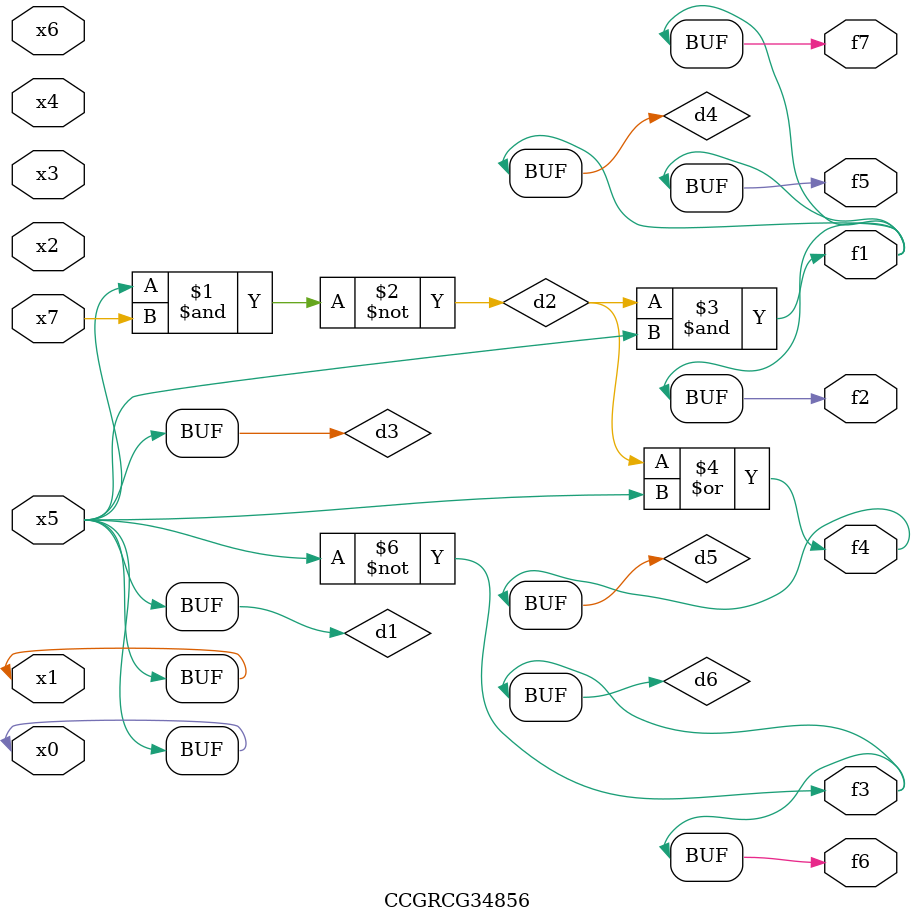
<source format=v>
module CCGRCG34856(
	input x0, x1, x2, x3, x4, x5, x6, x7,
	output f1, f2, f3, f4, f5, f6, f7
);

	wire d1, d2, d3, d4, d5, d6;

	buf (d1, x0, x5);
	nand (d2, x5, x7);
	buf (d3, x0, x1);
	and (d4, d2, d3);
	or (d5, d2, d3);
	nor (d6, d1, d3);
	assign f1 = d4;
	assign f2 = d4;
	assign f3 = d6;
	assign f4 = d5;
	assign f5 = d4;
	assign f6 = d6;
	assign f7 = d4;
endmodule

</source>
